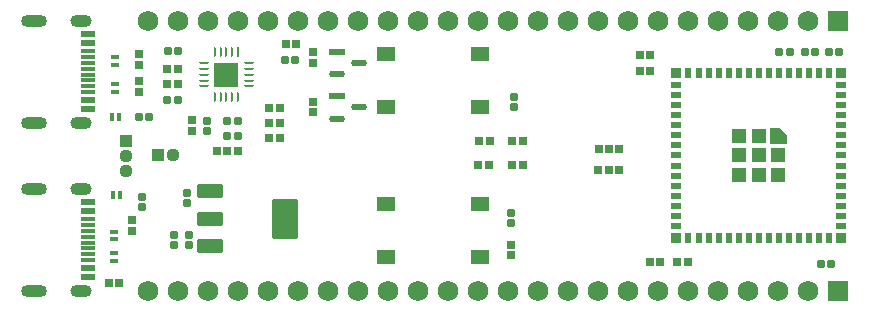
<source format=gts>
G04*
G04 #@! TF.GenerationSoftware,Altium Limited,Altium Designer,24.8.2 (39)*
G04*
G04 Layer_Color=8388736*
%FSLAX25Y25*%
%MOIN*%
G70*
G04*
G04 #@! TF.SameCoordinates,54D4AE81-F579-4C1F-815F-76D8A96FC484*
G04*
G04*
G04 #@! TF.FilePolarity,Negative*
G04*
G01*
G75*
%ADD19R,0.04528X0.02362*%
%ADD21R,0.05343X0.02253*%
G04:AMPARAMS|DCode=23|XSize=9.55mil|YSize=33.06mil|CornerRadius=4.77mil|HoleSize=0mil|Usage=FLASHONLY|Rotation=270.000|XOffset=0mil|YOffset=0mil|HoleType=Round|Shape=RoundedRectangle|*
%AMROUNDEDRECTD23*
21,1,0.00955,0.02351,0,0,270.0*
21,1,0.00000,0.03306,0,0,270.0*
1,1,0.00955,-0.01176,0.00000*
1,1,0.00955,-0.01176,0.00000*
1,1,0.00955,0.01176,0.00000*
1,1,0.00955,0.01176,0.00000*
%
%ADD23ROUNDEDRECTD23*%
%ADD25R,0.00955X0.03306*%
G04:AMPARAMS|DCode=26|XSize=53.43mil|YSize=22.53mil|CornerRadius=11.26mil|HoleSize=0mil|Usage=FLASHONLY|Rotation=0.000|XOffset=0mil|YOffset=0mil|HoleType=Round|Shape=RoundedRectangle|*
%AMROUNDEDRECTD26*
21,1,0.05343,0.00000,0,0,0.0*
21,1,0.03091,0.02253,0,0,0.0*
1,1,0.02253,0.01545,0.00000*
1,1,0.02253,-0.01545,0.00000*
1,1,0.02253,-0.01545,0.00000*
1,1,0.02253,0.01545,0.00000*
%
%ADD26ROUNDEDRECTD26*%
G04:AMPARAMS|DCode=27|XSize=33.06mil|YSize=9.55mil|CornerRadius=4.77mil|HoleSize=0mil|Usage=FLASHONLY|Rotation=270.000|XOffset=0mil|YOffset=0mil|HoleType=Round|Shape=RoundedRectangle|*
%AMROUNDEDRECTD27*
21,1,0.03306,0.00000,0,0,270.0*
21,1,0.02351,0.00955,0,0,270.0*
1,1,0.00955,0.00000,-0.01176*
1,1,0.00955,0.00000,0.01176*
1,1,0.00955,0.00000,0.01176*
1,1,0.00955,0.00000,-0.01176*
%
%ADD27ROUNDEDRECTD27*%
%ADD28R,0.04528X0.01181*%
%ADD32R,0.06102X0.05118*%
G04:AMPARAMS|DCode=37|XSize=27.62mil|YSize=25.26mil|CornerRadius=7.63mil|HoleSize=0mil|Usage=FLASHONLY|Rotation=270.000|XOffset=0mil|YOffset=0mil|HoleType=Round|Shape=RoundedRectangle|*
%AMROUNDEDRECTD37*
21,1,0.02762,0.00999,0,0,270.0*
21,1,0.01235,0.02526,0,0,270.0*
1,1,0.01527,-0.00500,-0.00618*
1,1,0.01527,-0.00500,0.00618*
1,1,0.01527,0.00500,0.00618*
1,1,0.01527,0.00500,-0.00618*
%
%ADD37ROUNDEDRECTD37*%
%ADD38R,0.02762X0.02526*%
G04:AMPARAMS|DCode=39|XSize=27.62mil|YSize=25.26mil|CornerRadius=7.63mil|HoleSize=0mil|Usage=FLASHONLY|Rotation=0.000|XOffset=0mil|YOffset=0mil|HoleType=Round|Shape=RoundedRectangle|*
%AMROUNDEDRECTD39*
21,1,0.02762,0.00999,0,0,0.0*
21,1,0.01235,0.02526,0,0,0.0*
1,1,0.01527,0.00618,-0.00500*
1,1,0.01527,-0.00618,-0.00500*
1,1,0.01527,-0.00618,0.00500*
1,1,0.01527,0.00618,0.00500*
%
%ADD39ROUNDEDRECTD39*%
%ADD40R,0.01778X0.02762*%
%ADD41R,0.02526X0.02762*%
%ADD42R,0.01975X0.03550*%
%ADD43R,0.02762X0.03156*%
%ADD44R,0.03550X0.01975*%
%ADD45R,0.02762X0.01778*%
G04:AMPARAMS|DCode=46|XSize=43.37mil|YSize=84.71mil|CornerRadius=3.97mil|HoleSize=0mil|Usage=FLASHONLY|Rotation=90.000|XOffset=0mil|YOffset=0mil|HoleType=Round|Shape=RoundedRectangle|*
%AMROUNDEDRECTD46*
21,1,0.04337,0.07677,0,0,90.0*
21,1,0.03543,0.08471,0,0,90.0*
1,1,0.00794,0.03839,0.01772*
1,1,0.00794,0.03839,-0.01772*
1,1,0.00794,-0.03839,-0.01772*
1,1,0.00794,-0.03839,0.01772*
%
%ADD46ROUNDEDRECTD46*%
%ADD47R,0.03550X0.03550*%
%ADD48R,0.05124X0.05124*%
%ADD49R,0.08071X0.08071*%
G04:AMPARAMS|DCode=50|XSize=131.95mil|YSize=84.71mil|CornerRadius=4.02mil|HoleSize=0mil|Usage=FLASHONLY|Rotation=90.000|XOffset=0mil|YOffset=0mil|HoleType=Round|Shape=RoundedRectangle|*
%AMROUNDEDRECTD50*
21,1,0.13195,0.07667,0,0,90.0*
21,1,0.12392,0.08471,0,0,90.0*
1,1,0.00804,0.03834,0.06196*
1,1,0.00804,0.03834,-0.06196*
1,1,0.00804,-0.03834,-0.06196*
1,1,0.00804,-0.03834,0.06196*
%
%ADD50ROUNDEDRECTD50*%
%ADD51C,0.04400*%
%ADD52R,0.04400X0.04400*%
%ADD53C,0.06800*%
%ADD54R,0.04400X0.04400*%
%ADD55R,0.06800X0.06800*%
G04:AMPARAMS|DCode=56|XSize=39.37mil|YSize=70.87mil|CornerRadius=19.68mil|HoleSize=0mil|Usage=FLASHONLY|Rotation=270.000|XOffset=0mil|YOffset=0mil|HoleType=Round|Shape=RoundedRectangle|*
%AMROUNDEDRECTD56*
21,1,0.03937,0.03150,0,0,270.0*
21,1,0.00000,0.07087,0,0,270.0*
1,1,0.03937,-0.01575,0.00000*
1,1,0.03937,-0.01575,0.00000*
1,1,0.03937,0.01575,0.00000*
1,1,0.03937,0.01575,0.00000*
%
%ADD56ROUNDEDRECTD56*%
G04:AMPARAMS|DCode=57|XSize=39.37mil|YSize=86.61mil|CornerRadius=19.68mil|HoleSize=0mil|Usage=FLASHONLY|Rotation=270.000|XOffset=0mil|YOffset=0mil|HoleType=Round|Shape=RoundedRectangle|*
%AMROUNDEDRECTD57*
21,1,0.03937,0.04724,0,0,270.0*
21,1,0.00000,0.08661,0,0,270.0*
1,1,0.03937,-0.02362,0.00000*
1,1,0.03937,-0.02362,0.00000*
1,1,0.03937,0.02362,0.00000*
1,1,0.03937,0.02362,0.00000*
%
%ADD57ROUNDEDRECTD57*%
G36*
X252181Y53780D02*
Y59291D01*
X255134D01*
X257693Y56732D01*
Y53780D01*
X252181D01*
D02*
G37*
D19*
X24764Y31457D02*
D03*
Y12559D02*
D03*
Y87441D02*
D03*
Y68543D02*
D03*
Y90591D02*
D03*
Y65394D02*
D03*
Y34606D02*
D03*
Y9409D02*
D03*
D21*
X107758Y84540D02*
D03*
X107715Y69840D02*
D03*
D23*
X78541Y73063D02*
D03*
Y75032D02*
D03*
Y78969D02*
D03*
X63459Y77000D02*
D03*
Y75032D02*
D03*
X78541Y77000D02*
D03*
X63459Y73063D02*
D03*
X78541Y80937D02*
D03*
X63459Y78969D02*
D03*
Y80937D02*
D03*
D25*
X74937Y84541D02*
D03*
D26*
X107715Y62360D02*
D03*
X107758Y77060D02*
D03*
X115200Y66100D02*
D03*
X115242Y80800D02*
D03*
D27*
X74937Y69459D02*
D03*
X67063D02*
D03*
X69032D02*
D03*
X72969D02*
D03*
X71000D02*
D03*
X67063Y84541D02*
D03*
X69032D02*
D03*
X71000D02*
D03*
X72969D02*
D03*
D28*
X24764Y15118D02*
D03*
Y26929D02*
D03*
Y71102D02*
D03*
Y82913D02*
D03*
Y19055D02*
D03*
Y22992D02*
D03*
Y21024D02*
D03*
Y24961D02*
D03*
Y78976D02*
D03*
Y75039D02*
D03*
Y80945D02*
D03*
Y77008D02*
D03*
Y84882D02*
D03*
Y73071D02*
D03*
Y28898D02*
D03*
Y17087D02*
D03*
D32*
X124350Y16142D02*
D03*
X155650D02*
D03*
X124350Y66142D02*
D03*
X155650D02*
D03*
Y33858D02*
D03*
X124350D02*
D03*
X155650Y83858D02*
D03*
X124350D02*
D03*
D37*
X275293Y84500D02*
D03*
X271907D02*
D03*
X258693D02*
D03*
X255307D02*
D03*
X263807D02*
D03*
X267193D02*
D03*
X45193Y63000D02*
D03*
X41807D02*
D03*
X71307Y56500D02*
D03*
Y61500D02*
D03*
X54793Y84800D02*
D03*
X272493Y13900D02*
D03*
X54693Y68500D02*
D03*
X90607Y81900D02*
D03*
X93993D02*
D03*
X74693Y61500D02*
D03*
Y56500D02*
D03*
X269107Y13900D02*
D03*
X51307Y68500D02*
D03*
X51407Y84800D02*
D03*
D38*
X59500Y58299D02*
D03*
Y61701D02*
D03*
X100000Y84402D02*
D03*
Y81000D02*
D03*
X99900Y64400D02*
D03*
X39500Y28400D02*
D03*
X41700Y71299D02*
D03*
Y83702D02*
D03*
X99900Y67802D02*
D03*
X166000Y20201D02*
D03*
Y16799D02*
D03*
X39500Y24998D02*
D03*
X41700Y74701D02*
D03*
Y80300D02*
D03*
D39*
X53500Y23693D02*
D03*
Y20307D02*
D03*
X42700Y32714D02*
D03*
X64500Y61693D02*
D03*
X166000Y27507D02*
D03*
X167000Y66307D02*
D03*
X58500Y20307D02*
D03*
X58000Y37693D02*
D03*
X42700Y36100D02*
D03*
X58500Y23693D02*
D03*
X166000Y30893D02*
D03*
X64500Y58307D02*
D03*
X58000Y34307D02*
D03*
X167000Y69693D02*
D03*
D40*
X35579Y36800D02*
D03*
X35280Y63000D02*
D03*
X32721D02*
D03*
X33020Y36800D02*
D03*
D41*
X85299Y61000D02*
D03*
Y66000D02*
D03*
X215501Y14600D02*
D03*
X224701Y14700D02*
D03*
X221299D02*
D03*
X212099Y14600D02*
D03*
X85299Y56000D02*
D03*
X31799Y7500D02*
D03*
X158701Y55000D02*
D03*
X158402Y47000D02*
D03*
X212101Y78300D02*
D03*
X212201Y83500D02*
D03*
X54701Y79000D02*
D03*
Y74000D02*
D03*
X198400Y45300D02*
D03*
D03*
X198600Y52300D02*
D03*
D03*
X208799Y83500D02*
D03*
X201802Y45300D02*
D03*
X202002Y52300D02*
D03*
X194998Y45300D02*
D03*
X195198Y52300D02*
D03*
X51299Y79000D02*
D03*
Y74000D02*
D03*
X208699Y78300D02*
D03*
X71299Y51500D02*
D03*
X71201D02*
D03*
X67799D02*
D03*
X88701Y66000D02*
D03*
X155000Y47000D02*
D03*
X155299Y55000D02*
D03*
X74701Y51500D02*
D03*
X94102Y87300D02*
D03*
X90700D02*
D03*
X88701Y56000D02*
D03*
Y61000D02*
D03*
X35201Y7500D02*
D03*
D42*
X251787Y22480D02*
D03*
X255134D02*
D03*
X268520D02*
D03*
X258480D02*
D03*
X248441D02*
D03*
X245094D02*
D03*
X241748D02*
D03*
X238402D02*
D03*
X235055D02*
D03*
X231709D02*
D03*
X228362D02*
D03*
X225016D02*
D03*
Y77598D02*
D03*
X228362D02*
D03*
X231709D02*
D03*
X235055D02*
D03*
X238402D02*
D03*
X241748D02*
D03*
X245094D02*
D03*
X248441D02*
D03*
X251787D02*
D03*
X255134D02*
D03*
X258480D02*
D03*
X261827D02*
D03*
X271866Y22480D02*
D03*
X265173Y77598D02*
D03*
X271866D02*
D03*
X268520D02*
D03*
X261827Y22480D02*
D03*
X265173D02*
D03*
D43*
X166260Y55000D02*
D03*
Y47000D02*
D03*
X170000D02*
D03*
Y55000D02*
D03*
D44*
X220882Y26614D02*
D03*
Y36654D02*
D03*
Y29961D02*
D03*
Y33307D02*
D03*
Y40000D02*
D03*
Y43347D02*
D03*
Y53386D02*
D03*
Y56732D02*
D03*
Y60079D02*
D03*
Y63425D02*
D03*
Y66772D02*
D03*
Y70118D02*
D03*
Y73465D02*
D03*
Y46693D02*
D03*
Y50039D02*
D03*
X276000Y26614D02*
D03*
Y29961D02*
D03*
Y33307D02*
D03*
Y36654D02*
D03*
Y40000D02*
D03*
Y43347D02*
D03*
Y46693D02*
D03*
Y50039D02*
D03*
Y53386D02*
D03*
Y56732D02*
D03*
Y60079D02*
D03*
Y63425D02*
D03*
Y66772D02*
D03*
Y70118D02*
D03*
Y73465D02*
D03*
D45*
X33400Y17500D02*
D03*
X33500Y22100D02*
D03*
X34000Y73779D02*
D03*
Y80221D02*
D03*
Y82780D02*
D03*
Y71220D02*
D03*
X33500Y24659D02*
D03*
X33400Y14941D02*
D03*
D46*
X65500Y19945D02*
D03*
Y38055D02*
D03*
Y29000D02*
D03*
D47*
X276000Y77598D02*
D03*
X220882D02*
D03*
X276000Y22480D02*
D03*
X220882D02*
D03*
D48*
X248441Y50039D02*
D03*
X254937D02*
D03*
Y43543D02*
D03*
X248441D02*
D03*
X241945D02*
D03*
Y50039D02*
D03*
Y56535D02*
D03*
X248441D02*
D03*
D49*
X71000Y77000D02*
D03*
D50*
X90500Y29000D02*
D03*
D51*
X53300Y50300D02*
D03*
X37500Y45000D02*
D03*
Y50000D02*
D03*
D52*
X48300Y50300D02*
D03*
D53*
X215000Y5000D02*
D03*
X225000D02*
D03*
X65000D02*
D03*
X55000D02*
D03*
X245000D02*
D03*
X235000D02*
D03*
X205000D02*
D03*
X195000D02*
D03*
X185000D02*
D03*
X175000D02*
D03*
X165000D02*
D03*
X155000D02*
D03*
X145000D02*
D03*
X135000D02*
D03*
X125000D02*
D03*
X115000D02*
D03*
X105000D02*
D03*
X95000D02*
D03*
X75000Y95000D02*
D03*
X85000D02*
D03*
X95000D02*
D03*
X105000D02*
D03*
X115000D02*
D03*
X125000D02*
D03*
X135000D02*
D03*
X145000D02*
D03*
X155000D02*
D03*
X165000D02*
D03*
X175000D02*
D03*
X185000D02*
D03*
X195000D02*
D03*
X205000D02*
D03*
X215000D02*
D03*
X225000D02*
D03*
X235000D02*
D03*
X245000D02*
D03*
X255000D02*
D03*
X85000Y5000D02*
D03*
X75000D02*
D03*
X255000D02*
D03*
X65000Y95000D02*
D03*
X265000D02*
D03*
X55000D02*
D03*
X45000D02*
D03*
X265000Y5000D02*
D03*
X45000D02*
D03*
D54*
X37500Y55000D02*
D03*
D55*
X275000Y5000D02*
D03*
Y95000D02*
D03*
D56*
X22500Y60984D02*
D03*
Y95000D02*
D03*
Y5000D02*
D03*
Y39016D02*
D03*
D57*
X6752Y60984D02*
D03*
Y95000D02*
D03*
Y5000D02*
D03*
Y39016D02*
D03*
M02*

</source>
